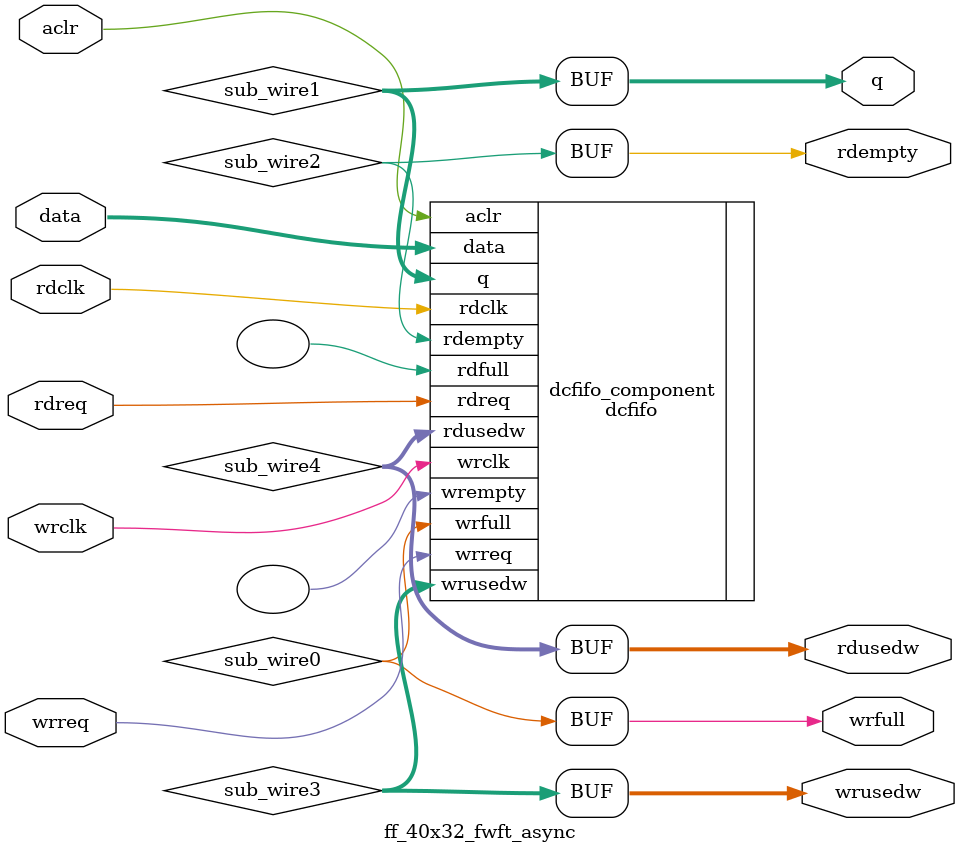
<source format=v>
module ff_40x32_fwft_async (
	aclr,
	data,
	rdclk,
	rdreq,
	wrclk,
	wrreq,
	q,
	rdempty,
	rdusedw,
	wrfull,
	wrusedw);
	input	  aclr;
	input	[39:0]  data;
	input	  rdclk;
	input	  rdreq;
	input	  wrclk;
	input	  wrreq;
	output	[39:0]  q;
	output	  rdempty;
	output	[4:0]  rdusedw;
	output	  wrfull;
	output	[4:0]  wrusedw;
`ifndef ALTERA_RESERVED_QIS
// synopsys translate_off
`endif
	tri0	  aclr;
`ifndef ALTERA_RESERVED_QIS
// synopsys translate_on
`endif
	wire  sub_wire0;
	wire [39:0] sub_wire1;
	wire  sub_wire2;
	wire [4:0] sub_wire3;
	wire [4:0] sub_wire4;
	wire  wrfull = sub_wire0;
	wire [39:0] q = sub_wire1[39:0];
	wire  rdempty = sub_wire2;
	wire [4:0] wrusedw = sub_wire3[4:0];
	wire [4:0] rdusedw = sub_wire4[4:0];
	dcfifo	dcfifo_component (
				.rdclk (rdclk),
				.wrclk (wrclk),
				.wrreq (wrreq),
				.aclr (aclr),
				.data (data),
				.rdreq (rdreq),
				.wrfull (sub_wire0),
				.q (sub_wire1),
				.rdempty (sub_wire2),
				.wrusedw (sub_wire3),
				.rdusedw (sub_wire4),
				.rdfull (),
				.wrempty ());
	defparam
		dcfifo_component.intended_device_family = "Cyclone V",
		dcfifo_component.lpm_hint = "RAM_BLOCK_TYPE=MLAB",
		dcfifo_component.lpm_numwords = 32,
		dcfifo_component.lpm_showahead = "ON",
		dcfifo_component.lpm_type = "dcfifo",
		dcfifo_component.lpm_width = 40,
		dcfifo_component.lpm_widthu = 5,
		dcfifo_component.overflow_checking = "ON",
		dcfifo_component.rdsync_delaypipe = 4,
		dcfifo_component.read_aclr_synch = "ON",
		dcfifo_component.underflow_checking = "ON",
		dcfifo_component.use_eab = "ON",
		dcfifo_component.write_aclr_synch = "ON",
		dcfifo_component.wrsync_delaypipe = 4;
endmodule
</source>
